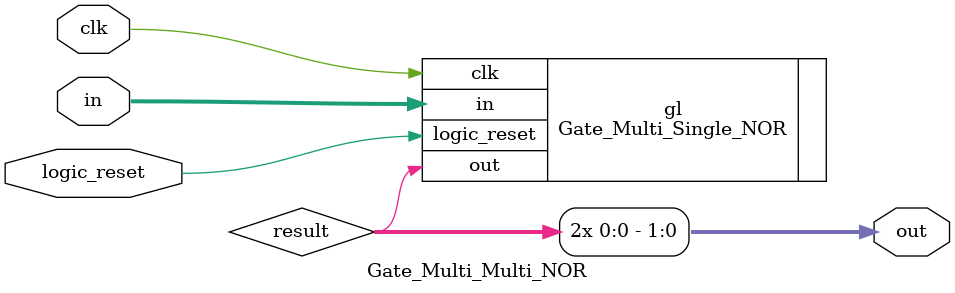
<source format=v>
module Gate_Multi_Multi_NOR #(
    parameter INPUT_COUNT = 2,
    parameter OUTPUT_COUNT = 2
)(        
    input wire clk,
    input wire logic_reset,       
    input wire [INPUT_COUNT-1:0] in, 
    output wire [OUTPUT_COUNT-1:0] out
);

    wire result;

    assign out = {OUTPUT_COUNT{result}};

    Gate_Multi_Single_NOR #( .INPUT_COUNT(INPUT_COUNT) ) gl (
        .clk(clk),
        .logic_reset(logic_reset),
        .in(in),
        .out(result)
    );

endmodule
</source>
